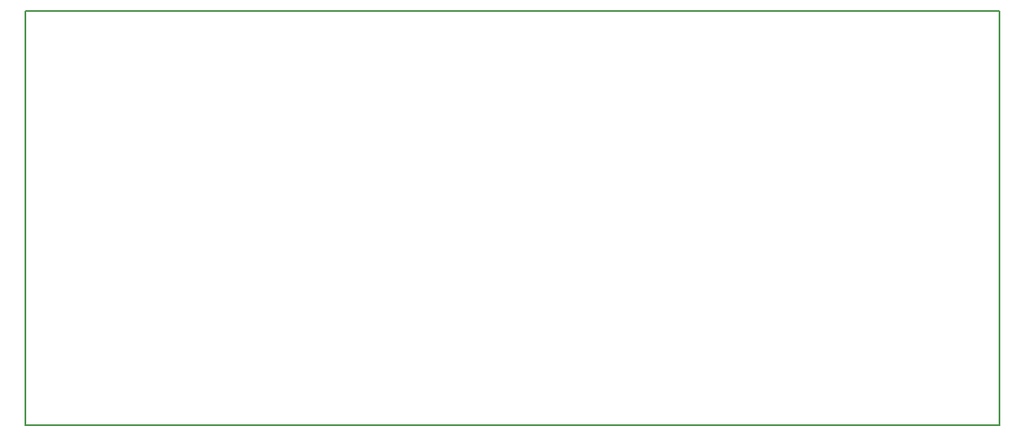
<source format=gbr>
G04 #@! TF.GenerationSoftware,KiCad,Pcbnew,(5.0.0)*
G04 #@! TF.CreationDate,2019-02-27T09:55:35+01:00*
G04 #@! TF.ProjectId,Potentiometer_mount_16LED,506F74656E74696F6D657465725F6D6F,rev?*
G04 #@! TF.SameCoordinates,Original*
G04 #@! TF.FileFunction,Profile,NP*
%FSLAX46Y46*%
G04 Gerber Fmt 4.6, Leading zero omitted, Abs format (unit mm)*
G04 Created by KiCad (PCBNEW (5.0.0)) date 02/27/19 09:55:35*
%MOMM*%
%LPD*%
G01*
G04 APERTURE LIST*
%ADD10C,0.200000*%
G04 APERTURE END LIST*
D10*
X115000000Y-44000000D02*
X115000000Y-85500000D01*
X17500000Y-85500000D02*
X115000000Y-85500000D01*
X17500000Y-44000000D02*
X17500000Y-85500000D01*
X17500000Y-44000000D02*
X115000000Y-44000000D01*
M02*

</source>
